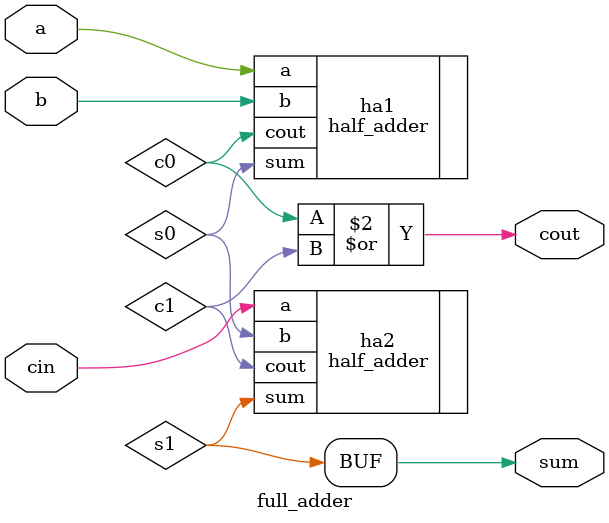
<source format=v>
module full_adder(a, b, cin, sum, cout);
    input wire a, b, cin;
    output reg sum, cout;
    wire s0, s1, c0, c1;

    half_adder ha1(
        .a(a),
        .b(b),
        .sum(s0),
        .cout(c0)
    );

    half_adder ha2(
        .a(cin),
        .b(s0),
        .sum(s1),
        .cout(c1)
    );

    always @(*) begin
        cout = c0 | c1;
        sum = s1;
    end
endmodule
</source>
